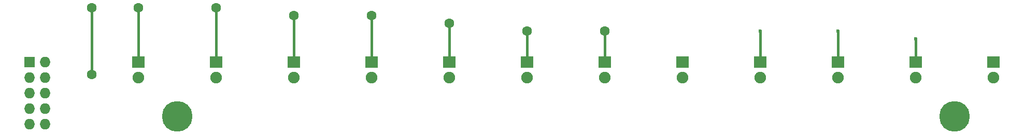
<source format=gbr>
G04 #@! TF.FileFunction,Copper,L1,Top,Signal*
%FSLAX46Y46*%
G04 Gerber Fmt 4.6, Leading zero omitted, Abs format (unit mm)*
G04 Created by KiCad (PCBNEW 4.0.2-stable) date Thursday, 11 August 2016 'amt' 11:26:03*
%MOMM*%
G01*
G04 APERTURE LIST*
%ADD10C,0.100000*%
%ADD11R,2.000000X1.900000*%
%ADD12C,1.900000*%
%ADD13R,1.727200X1.727200*%
%ADD14O,1.727200X1.727200*%
%ADD15C,5.000000*%
%ADD16C,1.600000*%
%ADD17C,0.600000*%
%ADD18C,0.400000*%
G04 APERTURE END LIST*
D10*
D11*
X63500000Y-76200000D03*
D12*
X63500000Y-78740000D03*
D11*
X76200000Y-76200000D03*
D12*
X76200000Y-78740000D03*
D11*
X88900000Y-76200000D03*
D12*
X88900000Y-78740000D03*
D11*
X101600000Y-76200000D03*
D12*
X101600000Y-78740000D03*
D11*
X114300000Y-76200000D03*
D12*
X114300000Y-78740000D03*
D11*
X127000000Y-76200000D03*
D12*
X127000000Y-78740000D03*
D11*
X139700000Y-76200000D03*
D12*
X139700000Y-78740000D03*
D11*
X152400000Y-76200000D03*
D12*
X152400000Y-78740000D03*
D11*
X165100000Y-76200000D03*
D12*
X165100000Y-78740000D03*
D11*
X177800000Y-76200000D03*
D12*
X177800000Y-78740000D03*
D11*
X190500000Y-76200000D03*
D12*
X190500000Y-78740000D03*
D11*
X203200000Y-76200000D03*
D12*
X203200000Y-78740000D03*
D13*
X45720000Y-76200000D03*
D14*
X48260000Y-76200000D03*
X45720000Y-78740000D03*
X48260000Y-78740000D03*
X45720000Y-81280000D03*
X48260000Y-81280000D03*
X45720000Y-83820000D03*
X48260000Y-83820000D03*
X45720000Y-86360000D03*
X48260000Y-86360000D03*
D15*
X69850000Y-85090000D03*
X196850000Y-85090000D03*
D16*
X127000000Y-71120000D03*
X88900000Y-68580000D03*
X101600000Y-68580000D03*
X114300000Y-69850000D03*
X55880000Y-67310000D03*
X55880000Y-78232000D03*
X139700000Y-71120000D03*
X76200000Y-67310000D03*
X63500000Y-67310000D03*
D17*
X190500000Y-72390000D03*
X177800000Y-71120000D03*
X165100000Y-71120000D03*
D18*
X127000000Y-76200000D02*
X127000000Y-71120000D01*
X139700000Y-76200000D02*
X139700000Y-71120000D01*
X88900000Y-76200000D02*
X88900000Y-68580000D01*
X101600000Y-76200000D02*
X101600000Y-68580000D01*
X114300000Y-76200000D02*
X114300000Y-69850000D01*
X55880000Y-78232000D02*
X55880000Y-67310000D01*
X76200000Y-67310000D02*
X76200000Y-76200000D01*
X63500000Y-76200000D02*
X63500000Y-67310000D01*
X190500000Y-72390000D02*
X190500000Y-76200000D01*
X177800000Y-71120000D02*
X177800000Y-76200000D01*
X165100000Y-76200000D02*
X165100000Y-71120000D01*
M02*

</source>
